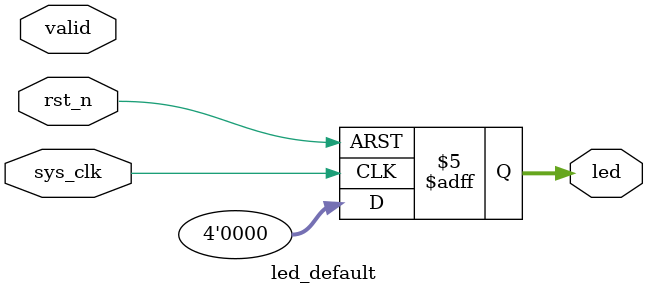
<source format=v>
/************************************************************
**-----------------------------------------------------------
** file name        : led_default
** usage            : 灯默认状态
**-----------------------------------------------------------
************************************************************/
module led_default( 
    input sys_clk   ,                   //50mHz, system clock
    input rst_n     ,                   //reset sign ,1 then reset
    input valid     ,                   //vaild sign ,1 then led begin nolight
    
    output  reg [3:0]   led            //led output
);

always @(posedge sys_clk or negedge rst_n )begin
    if(!rst_n)
        led <= 4'b0;
    else if (valid) begin  
        led <= 4'b0;
    end 
    else
        led <= 4'b0;
end


endmodule

</source>
